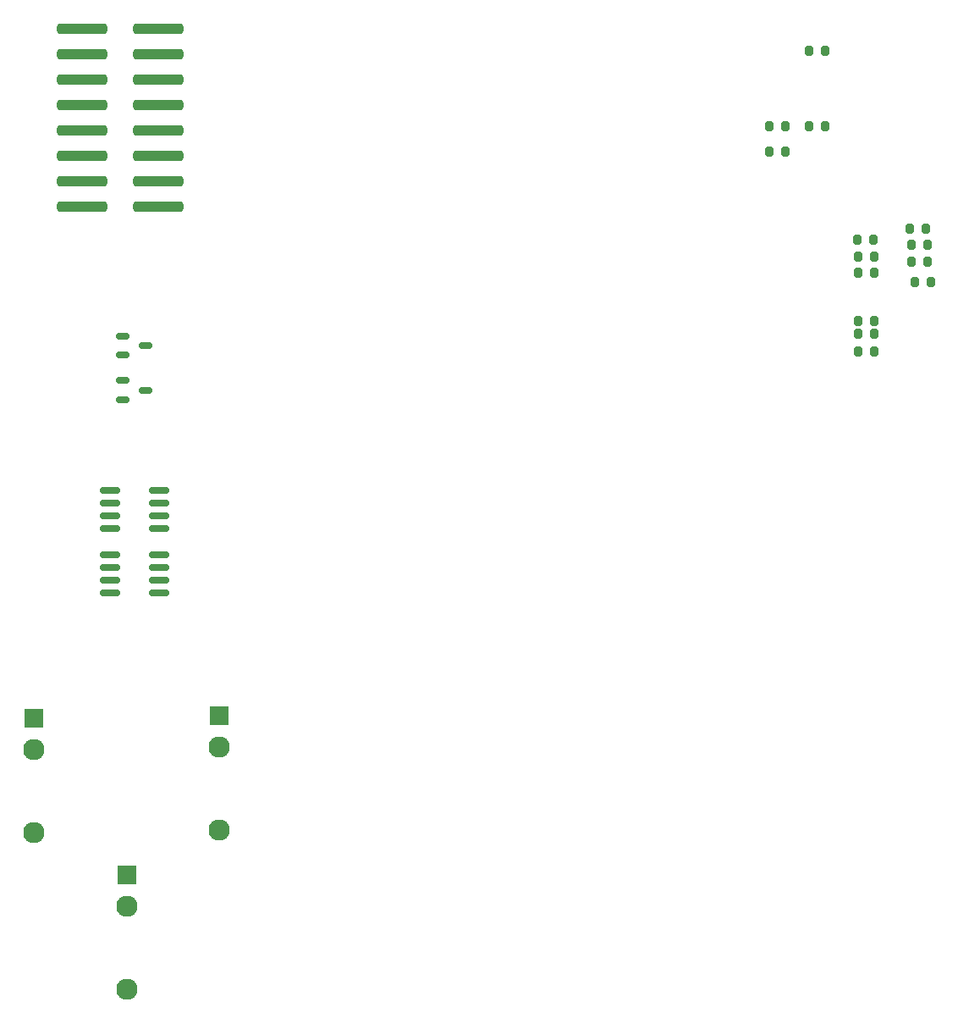
<source format=gbr>
%TF.GenerationSoftware,KiCad,Pcbnew,7.0.1*%
%TF.CreationDate,2023-04-03T10:55:15-07:00*%
%TF.ProjectId,transistor_vca,7472616e-7369-4737-946f-725f7663612e,rev?*%
%TF.SameCoordinates,Original*%
%TF.FileFunction,Soldermask,Top*%
%TF.FilePolarity,Negative*%
%FSLAX46Y46*%
G04 Gerber Fmt 4.6, Leading zero omitted, Abs format (unit mm)*
G04 Created by KiCad (PCBNEW 7.0.1) date 2023-04-03 10:55:15*
%MOMM*%
%LPD*%
G01*
G04 APERTURE LIST*
G04 Aperture macros list*
%AMRoundRect*
0 Rectangle with rounded corners*
0 $1 Rounding radius*
0 $2 $3 $4 $5 $6 $7 $8 $9 X,Y pos of 4 corners*
0 Add a 4 corners polygon primitive as box body*
4,1,4,$2,$3,$4,$5,$6,$7,$8,$9,$2,$3,0*
0 Add four circle primitives for the rounded corners*
1,1,$1+$1,$2,$3*
1,1,$1+$1,$4,$5*
1,1,$1+$1,$6,$7*
1,1,$1+$1,$8,$9*
0 Add four rect primitives between the rounded corners*
20,1,$1+$1,$2,$3,$4,$5,0*
20,1,$1+$1,$4,$5,$6,$7,0*
20,1,$1+$1,$6,$7,$8,$9,0*
20,1,$1+$1,$8,$9,$2,$3,0*%
G04 Aperture macros list end*
%ADD10RoundRect,0.200000X-0.200000X-0.275000X0.200000X-0.275000X0.200000X0.275000X-0.200000X0.275000X0*%
%ADD11R,1.930000X1.830000*%
%ADD12C,2.130000*%
%ADD13RoundRect,0.150000X-0.825000X-0.150000X0.825000X-0.150000X0.825000X0.150000X-0.825000X0.150000X0*%
%ADD14RoundRect,0.150000X-0.512500X-0.150000X0.512500X-0.150000X0.512500X0.150000X-0.512500X0.150000X0*%
%ADD15RoundRect,0.255000X-2.245000X-0.255000X2.245000X-0.255000X2.245000X0.255000X-2.245000X0.255000X0*%
G04 APERTURE END LIST*
D10*
%TO.C,R14*%
X113819002Y-58039000D03*
X115469002Y-58039000D03*
%TD*%
%TO.C,R4*%
X99737500Y-47830000D03*
X101387500Y-47830000D03*
%TD*%
D11*
%TO.C,JCV1*%
X35473171Y-122663791D03*
D12*
X35473171Y-134063791D03*
X35473171Y-125763791D03*
%TD*%
D11*
%TO.C,JOUT1*%
X44704000Y-106742000D03*
D12*
X44704000Y-118142000D03*
X44704000Y-109842000D03*
%TD*%
D13*
%TO.C,U2*%
X33782000Y-90678000D03*
X33782000Y-91948000D03*
X33782000Y-93218000D03*
X33782000Y-94488000D03*
X38732000Y-94488000D03*
X38732000Y-93218000D03*
X38732000Y-91948000D03*
X38732000Y-90678000D03*
%TD*%
D10*
%TO.C,R5*%
X99737500Y-50340000D03*
X101387500Y-50340000D03*
%TD*%
%TO.C,R12*%
X108649000Y-70358000D03*
X110299000Y-70358000D03*
%TD*%
%TO.C,R3*%
X108649000Y-62484000D03*
X110299000Y-62484000D03*
%TD*%
%TO.C,R11*%
X108649000Y-68553000D03*
X110299000Y-68553000D03*
%TD*%
%TO.C,R7*%
X113983000Y-61341000D03*
X115633000Y-61341000D03*
%TD*%
%TO.C,R1*%
X108649000Y-60833000D03*
X110299000Y-60833000D03*
%TD*%
D11*
%TO.C,JIN1*%
X26162000Y-106996000D03*
D12*
X26162000Y-118396000D03*
X26162000Y-110096000D03*
%TD*%
D14*
%TO.C,Q1*%
X35119500Y-68795000D03*
X35119500Y-70695000D03*
X37394500Y-69745000D03*
%TD*%
D10*
%TO.C,R8*%
X113983000Y-59690000D03*
X115633000Y-59690000D03*
%TD*%
D15*
%TO.C,J1*%
X31008000Y-38100000D03*
X38608000Y-38100000D03*
X31008000Y-40640000D03*
X38608000Y-40640000D03*
X31008000Y-43180000D03*
X38608000Y-43180000D03*
X31008000Y-45720000D03*
X38608000Y-45720000D03*
X31008000Y-48260000D03*
X38608000Y-48260000D03*
X31008000Y-50800000D03*
X38608000Y-50800000D03*
X31008000Y-53340000D03*
X38608000Y-53340000D03*
X31008000Y-55880000D03*
X38608000Y-55880000D03*
%TD*%
D10*
%TO.C,R6*%
X103747500Y-40300000D03*
X105397500Y-40300000D03*
%TD*%
D14*
%TO.C,Q2*%
X35119500Y-73245000D03*
X35119500Y-75145000D03*
X37394500Y-74195000D03*
%TD*%
D13*
%TO.C,U1*%
X33782000Y-84228000D03*
X33782000Y-85498000D03*
X33782000Y-86768000D03*
X33782000Y-88038000D03*
X38732000Y-88038000D03*
X38732000Y-86768000D03*
X38732000Y-85498000D03*
X38732000Y-84228000D03*
%TD*%
D10*
%TO.C,R10*%
X108649000Y-67283000D03*
X110299000Y-67283000D03*
%TD*%
%TO.C,R2*%
X108558998Y-59182000D03*
X110208998Y-59182000D03*
%TD*%
%TO.C,R13*%
X114327002Y-63373000D03*
X115977002Y-63373000D03*
%TD*%
%TO.C,R9*%
X103747500Y-47830000D03*
X105397500Y-47830000D03*
%TD*%
M02*

</source>
